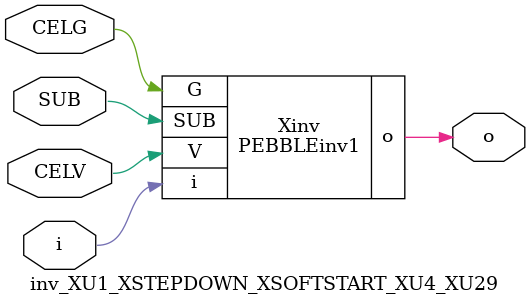
<source format=v>



module PEBBLEinv1 ( o, G, SUB, V, i );

  input V;
  input i;
  input G;
  output o;
  input SUB;
endmodule

//Celera Confidential Do Not Copy inv_XU1_XSTEPDOWN_XSOFTSTART_XU4_XU29
//Celera Confidential Symbol Generator
//5V Inverter
module inv_XU1_XSTEPDOWN_XSOFTSTART_XU4_XU29 (CELV,CELG,i,o,SUB);
input CELV;
input CELG;
input i;
input SUB;
output o;

//Celera Confidential Do Not Copy inv
PEBBLEinv1 Xinv(
.V (CELV),
.i (i),
.o (o),
.SUB (SUB),
.G (CELG)
);
//,diesize,PEBBLEinv1

//Celera Confidential Do Not Copy Module End
//Celera Schematic Generator
endmodule

</source>
